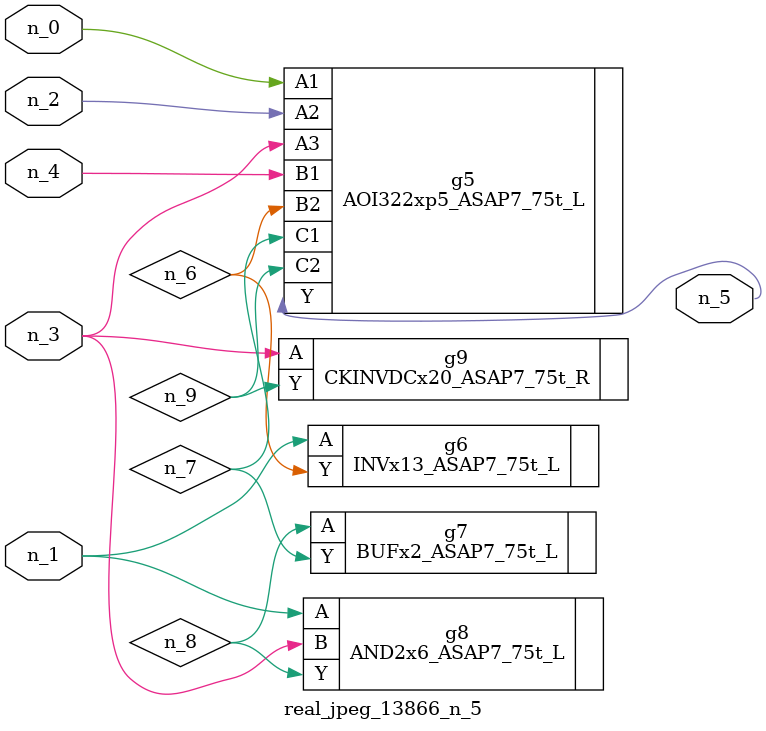
<source format=v>
module real_jpeg_13866_n_5 (n_4, n_0, n_1, n_2, n_3, n_5);

input n_4;
input n_0;
input n_1;
input n_2;
input n_3;

output n_5;

wire n_8;
wire n_6;
wire n_7;
wire n_9;

AOI322xp5_ASAP7_75t_L g5 ( 
.A1(n_0),
.A2(n_2),
.A3(n_3),
.B1(n_4),
.B2(n_6),
.C1(n_7),
.C2(n_9),
.Y(n_5)
);

INVx13_ASAP7_75t_L g6 ( 
.A(n_1),
.Y(n_6)
);

AND2x6_ASAP7_75t_L g8 ( 
.A(n_1),
.B(n_3),
.Y(n_8)
);

CKINVDCx20_ASAP7_75t_R g9 ( 
.A(n_3),
.Y(n_9)
);

BUFx2_ASAP7_75t_L g7 ( 
.A(n_8),
.Y(n_7)
);


endmodule
</source>
